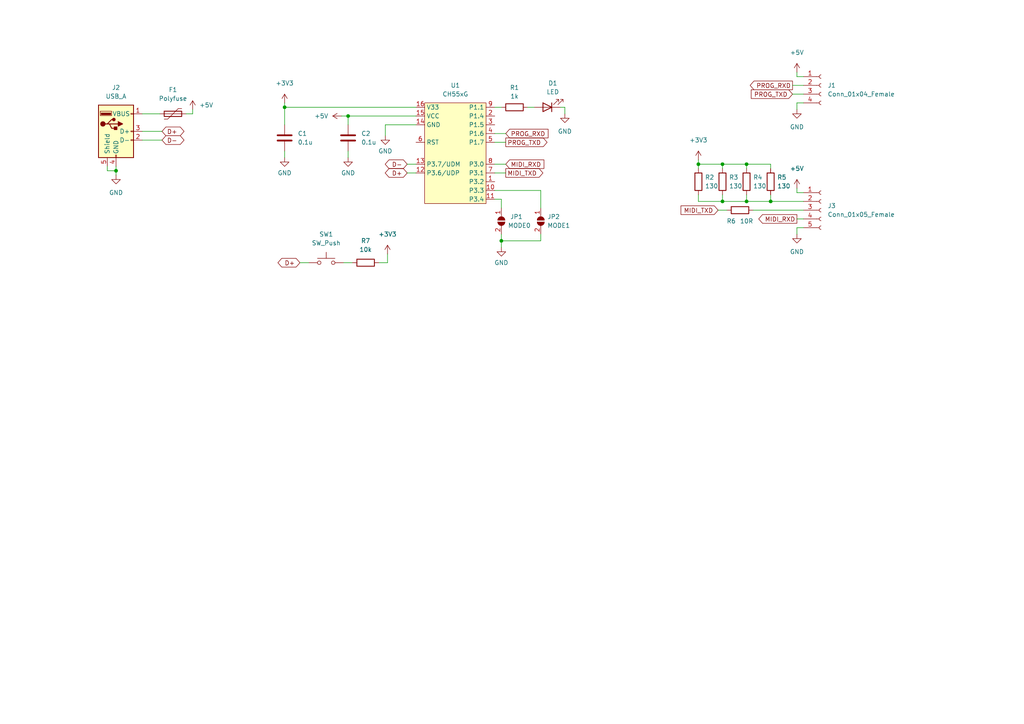
<source format=kicad_sch>
(kicad_sch (version 20211123) (generator eeschema)
  (paper "A4")
  (lib_symbols
    (symbol "Connector:Conn_01x04_Female" (pin_names (offset 1.016) hide)
      (property "Reference" "J" (at 0 5.08 0))
      (property "Value" "Conn_01x04_Female" (at 0 -7.62 0))
      (symbol "Conn_01x04_Female_1_1"
        (arc (start 0 -4.572) (mid -0.508 -5.08) (end 0 -5.588) (stroke (width 0.1524)))
        (arc (start 0 -2.032) (mid -0.508 -2.54) (end 0 -3.048) (stroke (width 0.1524)))
        (polyline (pts (xy -1.27 -5.08) (xy -0.508 -5.08)) (stroke (width 0.1524)))
        (polyline (pts (xy -1.27 -2.54) (xy -0.508 -2.54)) (stroke (width 0.1524)))
        (polyline (pts (xy -1.27 0) (xy -0.508 0)) (stroke (width 0.1524)))
        (polyline (pts (xy -1.27 2.54) (xy -0.508 2.54)) (stroke (width 0.1524)))
        (arc (start 0 0.508) (mid -0.508 0) (end 0 -0.508) (stroke (width 0.1524)))
        (arc (start 0 3.048) (mid -0.508 2.54) (end 0 2.032) (stroke (width 0.1524)))
        (pin passive line (at -5.08 2.54 0) (length 3.81) (name "Pin_1") (number "1"))
        (pin passive line (at -5.08 0 0) (length 3.81) (name "Pin_2") (number "2"))
        (pin passive line (at -5.08 -2.54 0) (length 3.81) (name "Pin_3") (number "3"))
        (pin passive line (at -5.08 -5.08 0) (length 3.81) (name "Pin_4") (number "4"))
      )
    )
    (symbol "Connector:Conn_01x05_Female" (pin_names (offset 1.016) hide)
      (property "Reference" "J" (at 0 7.62 0))
      (property "Value" "Conn_01x05_Female" (at 0 -7.62 0))
      (symbol "Conn_01x05_Female_1_1"
        (arc (start 0 -4.572) (mid -0.508 -5.08) (end 0 -5.588) (stroke (width 0.1524)))
        (arc (start 0 -2.032) (mid -0.508 -2.54) (end 0 -3.048) (stroke (width 0.1524)))
        (polyline (pts (xy -1.27 -5.08) (xy -0.508 -5.08)) (stroke (width 0.1524)))
        (polyline (pts (xy -1.27 -2.54) (xy -0.508 -2.54)) (stroke (width 0.1524)))
        (polyline (pts (xy -1.27 0) (xy -0.508 0)) (stroke (width 0.1524)))
        (polyline (pts (xy -1.27 2.54) (xy -0.508 2.54)) (stroke (width 0.1524)))
        (polyline (pts (xy -1.27 5.08) (xy -0.508 5.08)) (stroke (width 0.1524)))
        (arc (start 0 0.508) (mid -0.508 0) (end 0 -0.508) (stroke (width 0.1524)))
        (arc (start 0 3.048) (mid -0.508 2.54) (end 0 2.032) (stroke (width 0.1524)))
        (arc (start 0 5.588) (mid -0.508 5.08) (end 0 4.572) (stroke (width 0.1524)))
        (pin passive line (at -5.08 5.08 0) (length 3.81) (name "Pin_1") (number "1"))
        (pin passive line (at -5.08 2.54 0) (length 3.81) (name "Pin_2") (number "2"))
        (pin passive line (at -5.08 0 0) (length 3.81) (name "Pin_3") (number "3"))
        (pin passive line (at -5.08 -2.54 0) (length 3.81) (name "Pin_4") (number "4"))
        (pin passive line (at -5.08 -5.08 0) (length 3.81) (name "Pin_5") (number "5"))
      )
    )
    (symbol "Connector:USB_A" (pin_names (offset 1.016))
      (property "Reference" "J" (at -5.08 11.43 0))
      (property "Value" "USB_A" (at -5.08 8.89 0))
      (symbol "USB_A_0_1"
        (rectangle (start -5.08 -7.62) (end 5.08 7.62) (stroke (width 0.254)) (fill (type background)))
        (circle (center -3.81 2.159) (radius 0.635) (stroke (width 0.254)) (fill (type outline)))
        (rectangle (start -1.524 4.826) (end -4.318 5.334) (fill (type outline)))
        (rectangle (start -1.27 4.572) (end -4.572 5.842))
        (circle (center -0.635 3.429) (radius 0.381) (stroke (width 0.254)) (fill (type outline)))
        (rectangle (start -0.127 -7.62) (end 0.127 -6.858))
        (polyline (pts (xy -3.175 2.159) (xy -2.54 2.159) (xy -1.27 3.429) (xy -0.635 3.429)) (stroke (width 0.254)))
        (polyline (pts (xy -2.54 2.159) (xy -1.905 2.159) (xy -1.27 0.889) (xy 0 0.889)) (stroke (width 0.254)))
        (polyline (pts (xy 0.635 2.794) (xy 0.635 1.524) (xy 1.905 2.159) (xy 0.635 2.794)) (stroke (width 0.254)) (fill (type outline)))
        (rectangle (start 0.254 1.27) (end -0.508 0.508) (stroke (width 0.254)) (fill (type outline)))
        (rectangle (start 5.08 -2.667) (end 4.318 -2.413))
        (rectangle (start 5.08 -0.127) (end 4.318 0.127))
        (rectangle (start 5.08 4.953) (end 4.318 5.207))
      )
      (symbol "USB_A_1_1"
        (polyline (pts (xy -1.905 2.159) (xy 0.635 2.159)) (stroke (width 0.254)))
        (pin power_in line (at 7.62 5.08 180) (length 2.54) (name "VBUS") (number "1"))
        (pin bidirectional line (at 7.62 -2.54 180) (length 2.54) (name "D-") (number "2"))
        (pin bidirectional line (at 7.62 0 180) (length 2.54) (name "D+") (number "3"))
        (pin power_in line (at 0 -10.16 90) (length 2.54) (name "GND") (number "4"))
        (pin passive line (at -2.54 -10.16 90) (length 2.54) (name "Shield") (number "5"))
      )
    )
    (symbol "Device:C" (pin_numbers hide) (pin_names (offset 0.254))
      (property "Reference" "C" (at 0.635 2.54 0))
      (property "Value" "C" (at 0.635 -2.54 0))
      (symbol "C_0_1"
        (polyline (pts (xy -2.032 -0.762) (xy 2.032 -0.762)) (stroke (width 0.508)))
        (polyline (pts (xy -2.032 0.762) (xy 2.032 0.762)) (stroke (width 0.508)))
      )
      (symbol "C_1_1"
        (pin passive line (at 0 3.81 270) (length 2.794) (name "~") (number "1"))
        (pin passive line (at 0 -3.81 90) (length 2.794) (name "~") (number "2"))
      )
    )
    (symbol "Device:LED" (pin_numbers hide) (pin_names (offset 1.016) hide)
      (property "Reference" "D" (at 0 2.54 0))
      (property "Value" "LED" (at 0 -2.54 0))
      (symbol "LED_0_1"
        (polyline (pts (xy -1.27 -1.27) (xy -1.27 1.27)) (stroke (width 0.254)))
        (polyline (pts (xy -1.27 0) (xy 1.27 0)))
        (polyline (pts (xy 1.27 -1.27) (xy 1.27 1.27) (xy -1.27 0) (xy 1.27 -1.27)) (stroke (width 0.254)))
        (polyline (pts (xy -3.048 -0.762) (xy -4.572 -2.286) (xy -3.81 -2.286) (xy -4.572 -2.286) (xy -4.572 -1.524)))
        (polyline (pts (xy -1.778 -0.762) (xy -3.302 -2.286) (xy -2.54 -2.286) (xy -3.302 -2.286) (xy -3.302 -1.524)))
      )
      (symbol "LED_1_1"
        (pin passive line (at -3.81 0 0) (length 2.54) (name "K") (number "1"))
        (pin passive line (at 3.81 0 180) (length 2.54) (name "A") (number "2"))
      )
    )
    (symbol "Device:Polyfuse" (pin_numbers hide) (pin_names (offset 0))
      (property "Reference" "F" (at -2.54 0 90))
      (property "Value" "Polyfuse" (at 2.54 0 90))
      (symbol "Polyfuse_0_1"
        (rectangle (start -0.762 2.54) (end 0.762 -2.54) (stroke (width 0.254)))
        (polyline (pts (xy 0 2.54) (xy 0 -2.54)))
        (polyline (pts (xy -1.524 2.54) (xy -1.524 1.524) (xy 1.524 -1.524) (xy 1.524 -2.54)))
      )
      (symbol "Polyfuse_1_1"
        (pin passive line (at 0 3.81 270) (length 1.27) (name "~") (number "1"))
        (pin passive line (at 0 -3.81 90) (length 1.27) (name "~") (number "2"))
      )
    )
    (symbol "Device:R" (pin_numbers hide) (pin_names (offset 0))
      (property "Reference" "R" (at 2.032 0 90))
      (property "Value" "R" (at 0 0 90))
      (symbol "R_0_1"
        (rectangle (start -1.016 -2.54) (end 1.016 2.54) (stroke (width 0.254)))
      )
      (symbol "R_1_1"
        (pin passive line (at 0 3.81 270) (length 1.27) (name "~") (number "1"))
        (pin passive line (at 0 -3.81 90) (length 1.27) (name "~") (number "2"))
      )
    )
    (symbol "Jumper:SolderJumper_2_Open" (pin_names (offset 0) hide)
      (property "Reference" "JP" (at 0 2.032 0))
      (property "Value" "SolderJumper_2_Open" (at 0 -2.54 0))
      (symbol "SolderJumper_2_Open_0_1"
        (arc (start -0.254 1.016) (mid -1.27 0) (end -0.254 -1.016))
        (arc (start -0.254 1.016) (mid -1.27 0) (end -0.254 -1.016) (fill (type outline)))
        (polyline (pts (xy -0.254 1.016) (xy -0.254 -1.016)))
        (polyline (pts (xy 0.254 1.016) (xy 0.254 -1.016)))
        (arc (start 0.254 -1.016) (mid 1.27 0) (end 0.254 1.016))
        (arc (start 0.254 -1.016) (mid 1.27 0) (end 0.254 1.016) (fill (type outline)))
      )
      (symbol "SolderJumper_2_Open_1_1"
        (pin passive line (at -3.81 0 0) (length 2.54) (name "A") (number "1"))
        (pin passive line (at 3.81 0 180) (length 2.54) (name "B") (number "2"))
      )
    )
    (symbol "MCU_CH55x:CH55xG"
      (property "Reference" "U" (at -8.89 -16.51 0))
      (property "Value" "CH55xG" (at 0 -16.51 0))
      (symbol "CH55xG_0_1"
        (rectangle (start -8.89 13.97) (end 8.89 -15.24) (fill (type background)))
      )
      (symbol "CH55xG_1_1"
        (pin bidirectional line (at 11.43 -8.89 180) (length 2.54) (name "P3.2") (number "1"))
        (pin bidirectional line (at 11.43 -11.43 180) (length 2.54) (name "P3.3") (number "10"))
        (pin bidirectional line (at 11.43 -13.97 180) (length 2.54) (name "P3.4") (number "11"))
        (pin bidirectional line (at -11.43 -6.35 0) (length 2.54) (name "P3.6/UDP") (number "12"))
        (pin bidirectional line (at -11.43 -3.81 0) (length 2.54) (name "P3.7/UDM") (number "13"))
        (pin power_in line (at -11.43 7.62 0) (length 2.54) (name "GND") (number "14"))
        (pin power_in line (at -11.43 10.16 0) (length 2.54) (name "VCC") (number "15"))
        (pin power_out line (at -11.43 12.7 0) (length 2.54) (name "V33") (number "16"))
        (pin bidirectional line (at 11.43 10.16 180) (length 2.54) (name "P1.4") (number "2"))
        (pin bidirectional line (at 11.43 7.62 180) (length 2.54) (name "P1.5") (number "3"))
        (pin bidirectional line (at 11.43 5.08 180) (length 2.54) (name "P1.6") (number "4"))
        (pin bidirectional line (at 11.43 2.54 180) (length 2.54) (name "P1.7") (number "5"))
        (pin input line (at -11.43 2.54 0) (length 2.54) (name "RST") (number "6"))
        (pin bidirectional line (at 11.43 -6.35 180) (length 2.54) (name "P3.1") (number "7"))
        (pin bidirectional line (at 11.43 -3.81 180) (length 2.54) (name "P3.0") (number "8"))
        (pin bidirectional line (at 11.43 12.7 180) (length 2.54) (name "P1.1") (number "9"))
      )
    )
    (symbol "Switch:SW_Push" (pin_numbers hide) (pin_names (offset 1.016) hide)
      (property "Reference" "SW" (at 1.27 2.54 0))
      (property "Value" "SW_Push" (at 0 -1.524 0))
      (symbol "SW_Push_0_1"
        (circle (center -2.032 0) (radius 0.508))
        (polyline (pts (xy 0 1.27) (xy 0 3.048)))
        (polyline (pts (xy 2.54 1.27) (xy -2.54 1.27)))
        (circle (center 2.032 0) (radius 0.508))
        (pin passive line (at -5.08 0 0) (length 2.54) (name "1") (number "1"))
        (pin passive line (at 5.08 0 180) (length 2.54) (name "2") (number "2"))
      )
    )
    (symbol "power:+3V3" (power) (pin_names (offset 0))
      (property "Value" "+3V3" (at 0 3.556 0))
      (symbol "+3V3_0_1"
        (polyline (pts (xy -0.762 1.27) (xy 0 2.54)))
        (polyline (pts (xy 0 0) (xy 0 2.54)))
        (polyline (pts (xy 0 2.54) (xy 0.762 1.27)))
      )
      (symbol "+3V3_1_1"
        (pin power_in line (at 0 0 90) (length 0) hide (name "+3V3") (number "1"))
      )
    )
    (symbol "power:+5V" (power) (pin_names (offset 0))
      (property "Value" "+5V" (at 0 3.556 0))
      (symbol "+5V_0_1"
        (polyline (pts (xy -0.762 1.27) (xy 0 2.54)))
        (polyline (pts (xy 0 0) (xy 0 2.54)))
        (polyline (pts (xy 0 2.54) (xy 0.762 1.27)))
      )
      (symbol "+5V_1_1"
        (pin power_in line (at 0 0 90) (length 0) hide (name "+5V") (number "1"))
      )
    )
    (symbol "power:GND" (power) (pin_names (offset 0))
      (property "Value" "GND" (at 0 -3.81 0))
      (symbol "GND_0_1"
        (polyline (pts (xy 0 0) (xy 0 -1.27) (xy 1.27 -1.27) (xy 0 -2.54) (xy -1.27 -1.27) (xy 0 -1.27)))
      )
      (symbol "GND_1_1"
        (pin power_in line (at 0 0 270) (length 0) hide (name "GND") (number "1"))
      )
    )
  )
  (junction (at 216.535 58.42))
  (junction (at 145.415 69.85))
  (junction (at 100.965 33.655))
  (junction (at 202.565 47.625))
  (junction (at 216.535 47.625))
  (junction (at 223.52 58.42))
  (junction (at 33.655 49.53))
  (junction (at 209.55 47.625))
  (junction (at 209.55 58.42))
  (junction (at 82.55 31.115))
  (wire (pts (xy 233.045 27.305) (xy 229.87 27.305)))
  (wire (pts (xy 112.395 76.2) (xy 112.395 73.66)))
  (wire (pts (xy 223.52 47.625) (xy 223.52 48.895)))
  (wire (pts (xy 145.415 57.785) (xy 145.415 60.325)))
  (wire (pts (xy 231.14 63.5) (xy 233.045 63.5)))
  (wire (pts (xy 111.76 36.195) (xy 111.76 39.37)))
  (wire (pts (xy 233.045 66.04) (xy 231.14 66.04)))
  (wire (pts (xy 202.565 46.355) (xy 202.565 47.625)))
  (wire (pts (xy 86.995 76.2) (xy 89.535 76.2)))
  (wire (pts (xy 163.83 31.115) (xy 163.83 33.02)))
  (wire (pts (xy 231.14 20.955) (xy 231.14 22.225)))
  (wire (pts (xy 223.52 56.515) (xy 223.52 58.42)))
  (wire (pts (xy 216.535 47.625) (xy 216.535 48.895)))
  (wire (pts (xy 216.535 56.515) (xy 216.535 58.42)))
  (wire (pts (xy 231.14 22.225) (xy 233.045 22.225)))
  (wire (pts (xy 120.65 31.115) (xy 82.55 31.115)))
  (wire (pts (xy 143.51 55.245) (xy 156.845 55.245)))
  (wire (pts (xy 231.14 66.04) (xy 231.14 67.945)))
  (wire (pts (xy 218.44 60.96) (xy 233.045 60.96)))
  (wire (pts (xy 33.655 49.53) (xy 33.655 48.26)))
  (wire (pts (xy 223.52 58.42) (xy 233.045 58.42)))
  (wire (pts (xy 233.045 29.845) (xy 231.14 29.845)))
  (wire (pts (xy 233.045 24.765) (xy 229.87 24.765)))
  (wire (pts (xy 82.55 43.815) (xy 82.55 45.72)))
  (wire (pts (xy 202.565 47.625) (xy 202.565 48.895)))
  (wire (pts (xy 202.565 47.625) (xy 209.55 47.625)))
  (wire (pts (xy 82.55 31.115) (xy 82.55 36.195)))
  (wire (pts (xy 55.88 33.02) (xy 55.88 31.75)))
  (wire (pts (xy 31.115 49.53) (xy 33.655 49.53)))
  (wire (pts (xy 100.965 33.655) (xy 100.965 36.195)))
  (wire (pts (xy 99.695 76.2) (xy 102.235 76.2)))
  (wire (pts (xy 109.855 76.2) (xy 112.395 76.2)))
  (wire (pts (xy 209.55 58.42) (xy 216.535 58.42)))
  (wire (pts (xy 118.11 50.165) (xy 120.65 50.165)))
  (wire (pts (xy 231.14 55.88) (xy 233.045 55.88)))
  (wire (pts (xy 41.275 38.1) (xy 46.99 38.1)))
  (wire (pts (xy 202.565 56.515) (xy 202.565 58.42)))
  (wire (pts (xy 100.965 33.655) (xy 120.65 33.655)))
  (wire (pts (xy 143.51 31.115) (xy 145.415 31.115)))
  (wire (pts (xy 216.535 47.625) (xy 223.52 47.625)))
  (wire (pts (xy 145.415 67.945) (xy 145.415 69.85)))
  (wire (pts (xy 100.965 43.815) (xy 100.965 45.72)))
  (wire (pts (xy 156.845 55.245) (xy 156.845 60.325)))
  (wire (pts (xy 209.55 56.515) (xy 209.55 58.42)))
  (wire (pts (xy 145.415 69.85) (xy 156.845 69.85)))
  (wire (pts (xy 209.55 47.625) (xy 216.535 47.625)))
  (wire (pts (xy 41.275 40.64) (xy 46.99 40.64)))
  (wire (pts (xy 53.975 33.02) (xy 55.88 33.02)))
  (wire (pts (xy 118.11 47.625) (xy 120.65 47.625)))
  (wire (pts (xy 231.14 29.845) (xy 231.14 31.75)))
  (wire (pts (xy 162.56 31.115) (xy 163.83 31.115)))
  (wire (pts (xy 209.55 47.625) (xy 209.55 48.895)))
  (wire (pts (xy 156.845 69.85) (xy 156.845 67.945)))
  (wire (pts (xy 202.565 58.42) (xy 209.55 58.42)))
  (wire (pts (xy 143.51 41.275) (xy 146.685 41.275)))
  (wire (pts (xy 153.035 31.115) (xy 154.94 31.115)))
  (wire (pts (xy 208.28 60.96) (xy 210.82 60.96)))
  (wire (pts (xy 143.51 47.625) (xy 146.685 47.625)))
  (wire (pts (xy 33.655 49.53) (xy 33.655 50.8)))
  (wire (pts (xy 231.14 54.61) (xy 231.14 55.88)))
  (wire (pts (xy 143.51 57.785) (xy 145.415 57.785)))
  (wire (pts (xy 41.275 33.02) (xy 46.355 33.02)))
  (wire (pts (xy 120.65 36.195) (xy 111.76 36.195)))
  (wire (pts (xy 82.55 29.845) (xy 82.55 31.115)))
  (wire (pts (xy 143.51 38.735) (xy 146.685 38.735)))
  (wire (pts (xy 99.06 33.655) (xy 100.965 33.655)))
  (wire (pts (xy 216.535 58.42) (xy 223.52 58.42)))
  (wire (pts (xy 145.415 69.85) (xy 145.415 71.755)))
  (wire (pts (xy 143.51 50.165) (xy 146.685 50.165)))
  (wire (pts (xy 31.115 48.26) (xy 31.115 49.53)))
  (global_label "MIDI_TXD" (shape input) (at 208.28 60.96 180) (property "Intersheet References" "${INTERSHEET_REFS}" (effects hide)))
  (global_label "PROG_RXD" (shape output) (at 229.87 24.765 180) (property "Intersheet References" "${INTERSHEET_REFS}" (effects hide)))
  (global_label "D-" (shape bidirectional) (at 118.11 47.625 180) (property "Intersheet References" "${INTERSHEET_REFS}" (effects hide)))
  (global_label "PROG_RXD" (shape input) (at 146.685 38.735 0) (property "Intersheet References" "${INTERSHEET_REFS}" (effects hide)))
  (global_label "MIDI_RXD" (shape input) (at 146.685 47.625 0) (property "Intersheet References" "${INTERSHEET_REFS}" (effects hide)))
  (global_label "PROG_TXD" (shape input) (at 229.87 27.305 180) (property "Intersheet References" "${INTERSHEET_REFS}" (effects hide)))
  (global_label "MIDI_TXD" (shape output) (at 146.685 50.165 0) (property "Intersheet References" "${INTERSHEET_REFS}" (effects hide)))
  (global_label "PROG_TXD" (shape output) (at 146.685 41.275 0) (property "Intersheet References" "${INTERSHEET_REFS}" (effects hide)))
  (global_label "D+" (shape bidirectional) (at 46.99 38.1 0) (property "Intersheet References" "${INTERSHEET_REFS}" (effects hide)))
  (global_label "D+" (shape bidirectional) (at 118.11 50.165 180) (property "Intersheet References" "${INTERSHEET_REFS}" (effects hide)))
  (global_label "D-" (shape bidirectional) (at 46.99 40.64 0) (property "Intersheet References" "${INTERSHEET_REFS}" (effects hide)))
  (global_label "D+" (shape bidirectional) (at 86.995 76.2 180) (property "Intersheet References" "${INTERSHEET_REFS}" (effects hide)))
  (global_label "MIDI_RXD" (shape output) (at 231.14 63.5 180) (property "Intersheet References" "${INTERSHEET_REFS}" (effects hide)))
  (symbol (lib_id "power:GND") (at 231.14 67.945 0) (unit 1)
    (property "Reference" "#PWR013" (effects hide))
    (property "Value" "GND" (at 231.14 73.025 0))
  )
  (symbol (lib_id "Switch:SW_Push") (at 94.615 76.2 0) (unit 1)
    (property "Reference" "SW1" (at 94.615 67.945 0))
    (property "Value" "SW_Push" (at 94.615 70.485 0))
    (property "Footprint" "Button_Switch_SMD:SW_Push_SPST_NO_Alps_SKRK" (effects hide))
  )
  (symbol (lib_id "power:+5V") (at 231.14 54.61 0) (unit 1)
    (property "Reference" "#PWR012" (effects hide))
    (property "Value" "+5V" (at 231.14 48.895 0))
  )
  (symbol (lib_id "power:+3V3") (at 112.395 73.66 0) (unit 1)
    (property "Reference" "#PWR015" (effects hide))
    (property "Value" "+3V3" (at 112.395 67.945 0))
  )
  (symbol (lib_id "MCU_CH55x:CH55xG") (at 132.08 43.815 0) (unit 1)
    (property "Reference" "U1" (at 132.08 24.765 0))
    (property "Value" "CH55xG" (at 132.08 27.305 0))
    (property "Footprint" "Package_SO:SO-16_3.9x9.9mm_P1.27mm" (effects hide))
  )
  (symbol (lib_id "power:GND") (at 111.76 39.37 0) (unit 1)
    (property "Reference" "#PWR07" (effects hide))
    (property "Value" "GND" (at 111.76 43.815 0))
  )
  (symbol (lib_id "Connector:Conn_01x05_Female") (at 238.125 60.96 0) (unit 1)
    (property "Reference" "J3" (at 240.03 59.6899 0) (effects (justify left)))
    (property "Value" "Conn_01x05_Female" (at 240.03 62.2299 0) (effects (justify left)))
    (property "Footprint" "Connector_PinHeader_2.54mm:PinHeader_1x05_P2.54mm_Vertical" (effects hide))
  )
  (symbol (lib_id "power:+3V3") (at 82.55 29.845 0) (unit 1)
    (property "Reference" "#PWR02" (effects hide))
    (property "Value" "+3V3" (at 82.55 24.13 0))
  )
  (symbol (lib_id "Connector:USB_A") (at 33.655 38.1 0) (unit 1)
    (property "Reference" "J2" (at 33.655 25.4 0))
    (property "Value" "USB_A" (at 33.655 27.94 0))
    (property "Footprint" "SuLibs:USB_A_Molex_67643_Horizontal" (effects hide))
    (property "Datasheet" " ~" (effects hide))
  )
  (symbol (lib_id "Device:R") (at 214.63 60.96 270) (unit 1)
    (property "Reference" "R6" (at 212.09 64.135 90))
    (property "Value" "10R" (at 216.535 64.135 90))
    (property "Footprint" "Resistor_SMD:R_0603_1608Metric" (effects hide))
  )
  (symbol (lib_id "power:+5V") (at 99.06 33.655 90) (unit 1)
    (property "Reference" "#PWR06" (effects hide))
    (property "Value" "+5V" (at 95.25 33.6549 90) (effects (justify left)))
  )
  (symbol (lib_id "power:GND") (at 163.83 33.02 0) (unit 1)
    (property "Reference" "#PWR05" (effects hide))
    (property "Value" "GND" (at 163.83 38.1 0))
  )
  (symbol (lib_id "power:GND") (at 145.415 71.755 0) (unit 1)
    (property "Reference" "#PWR014" (effects hide))
    (property "Value" "GND" (at 145.415 76.2 0))
  )
  (symbol (lib_id "Connector:Conn_01x04_Female") (at 238.125 24.765 0) (unit 1)
    (property "Reference" "J1" (at 240.03 24.7649 0) (effects (justify left)))
    (property "Value" "Conn_01x04_Female" (at 240.03 27.3049 0) (effects (justify left)))
    (property "Footprint" "Connector_PinHeader_2.54mm:PinHeader_1x04_P2.54mm_Vertical" (effects hide))
  )
  (symbol (lib_id "Jumper:SolderJumper_2_Open") (at 156.845 64.135 270) (unit 1)
    (property "Reference" "JP2" (at 158.75 62.8649 90) (effects (justify left)))
    (property "Value" "MODE1" (at 158.75 65.4049 90) (effects (justify left)))
    (property "Footprint" "Jumper:SolderJumper-2_P1.3mm_Open_TrianglePad1.0x1.5mm" (effects hide))
  )
  (symbol (lib_id "Device:C") (at 82.55 40.005 0) (unit 1)
    (property "Reference" "C1" (at 86.36 38.7349 0) (effects (justify left)))
    (property "Value" "0.1u" (at 86.36 41.2749 0) (effects (justify left)))
    (property "Footprint" "Capacitor_SMD:C_0402_1005Metric" (effects hide))
  )
  (symbol (lib_id "Device:R") (at 106.045 76.2 90) (unit 1)
    (property "Reference" "R7" (at 106.045 69.85 90))
    (property "Value" "10k" (at 106.045 72.39 90))
    (property "Footprint" "Resistor_SMD:R_0402_1005Metric" (effects hide))
  )
  (symbol (lib_id "Device:LED") (at 158.75 31.115 180) (unit 1)
    (property "Reference" "D1" (at 160.3375 24.13 0))
    (property "Value" "LED" (at 160.3375 26.67 0))
    (property "Footprint" "LED_SMD:LED_0603_1608Metric" (effects hide))
  )
  (symbol (lib_id "power:GND") (at 82.55 45.72 0) (unit 1)
    (property "Reference" "#PWR08" (effects hide))
    (property "Value" "GND" (at 82.55 50.165 0))
  )
  (symbol (lib_id "power:GND") (at 33.655 50.8 0) (unit 1)
    (property "Reference" "#PWR011" (effects hide))
    (property "Value" "GND" (at 33.655 55.88 0))
  )
  (symbol (lib_id "power:+5V") (at 55.88 31.75 0) (unit 1)
    (property "Reference" "#PWR03" (effects hide))
    (property "Value" "+5V" (at 57.785 30.4799 0) (effects (justify left)))
  )
  (symbol (lib_id "Device:R") (at 216.535 52.705 0) (unit 1)
    (property "Reference" "R4" (at 218.44 51.435 0) (effects (justify left)))
    (property "Value" "130" (at 218.44 53.975 0) (effects (justify left)))
    (property "Footprint" "Resistor_SMD:R_0805_2012Metric" (effects hide))
  )
  (symbol (lib_id "power:GND") (at 100.965 45.72 0) (unit 1)
    (property "Reference" "#PWR09" (effects hide))
    (property "Value" "GND" (at 100.965 50.165 0))
  )
  (symbol (lib_id "Device:C") (at 100.965 40.005 0) (unit 1)
    (property "Reference" "C2" (at 104.775 38.7349 0) (effects (justify left)))
    (property "Value" "0.1u" (at 104.775 41.2749 0) (effects (justify left)))
    (property "Footprint" "Capacitor_SMD:C_0402_1005Metric" (effects hide))
  )
  (symbol (lib_id "Device:R") (at 209.55 52.705 0) (unit 1)
    (property "Reference" "R3" (at 211.455 51.435 0) (effects (justify left)))
    (property "Value" "130" (at 211.455 53.975 0) (effects (justify left)))
    (property "Footprint" "Resistor_SMD:R_0805_2012Metric" (effects hide))
  )
  (symbol (lib_id "power:GND") (at 231.14 31.75 0) (unit 1)
    (property "Reference" "#PWR04" (effects hide))
    (property "Value" "GND" (at 231.14 36.83 0))
  )
  (symbol (lib_id "power:+5V") (at 231.14 20.955 0) (unit 1)
    (property "Reference" "#PWR01" (effects hide))
    (property "Value" "+5V" (at 231.14 15.24 0))
  )
  (symbol (lib_id "power:+3V3") (at 202.565 46.355 0) (unit 1)
    (property "Reference" "#PWR010" (effects hide))
    (property "Value" "+3V3" (at 202.565 40.64 0))
  )
  (symbol (lib_id "Device:R") (at 223.52 52.705 0) (unit 1)
    (property "Reference" "R5" (at 225.425 51.4349 0) (effects (justify left)))
    (property "Value" "130" (at 225.425 53.975 0) (effects (justify left)))
    (property "Footprint" "Resistor_SMD:R_0805_2012Metric" (effects hide))
  )
  (symbol (lib_id "Jumper:SolderJumper_2_Open") (at 145.415 64.135 270) (unit 1)
    (property "Reference" "JP1" (at 147.955 62.8649 90) (effects (justify left)))
    (property "Value" "MODE0" (at 147.32 65.405 90) (effects (justify left)))
    (property "Footprint" "Jumper:SolderJumper-2_P1.3mm_Open_TrianglePad1.0x1.5mm" (effects hide))
  )
  (symbol (lib_id "Device:R") (at 202.565 52.705 0) (unit 1)
    (property "Reference" "R2" (at 204.47 51.435 0) (effects (justify left)))
    (property "Value" "130" (at 204.47 53.975 0) (effects (justify left)))
    (property "Footprint" "Resistor_SMD:R_0805_2012Metric" (effects hide))
  )
  (symbol (lib_id "Device:R") (at 149.225 31.115 90) (unit 1)
    (property "Reference" "R1" (at 149.225 25.4 90))
    (property "Value" "1k" (at 149.225 27.94 90))
    (property "Footprint" "Resistor_SMD:R_0402_1005Metric" (effects hide))
  )
  (symbol (lib_id "Device:Polyfuse") (at 50.165 33.02 270) (unit 1)
    (property "Reference" "F1" (at 50.165 26.035 90))
    (property "Value" "Polyfuse" (at 50.165 28.575 90))
    (property "Footprint" "Fuse:Fuse_1812_4532Metric" (effects hide))
  )
)
</source>
